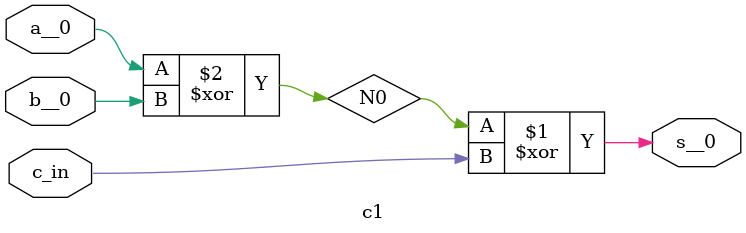
<source format=v>

module c1 (s__0, c_in, b__0, a__0);
	output s__0;
	wire N0;
	input c_in, b__0, a__0;
  assign s__0 = N0 ^ c_in;
  assign N0 = a__0 ^ b__0;
endmodule

</source>
